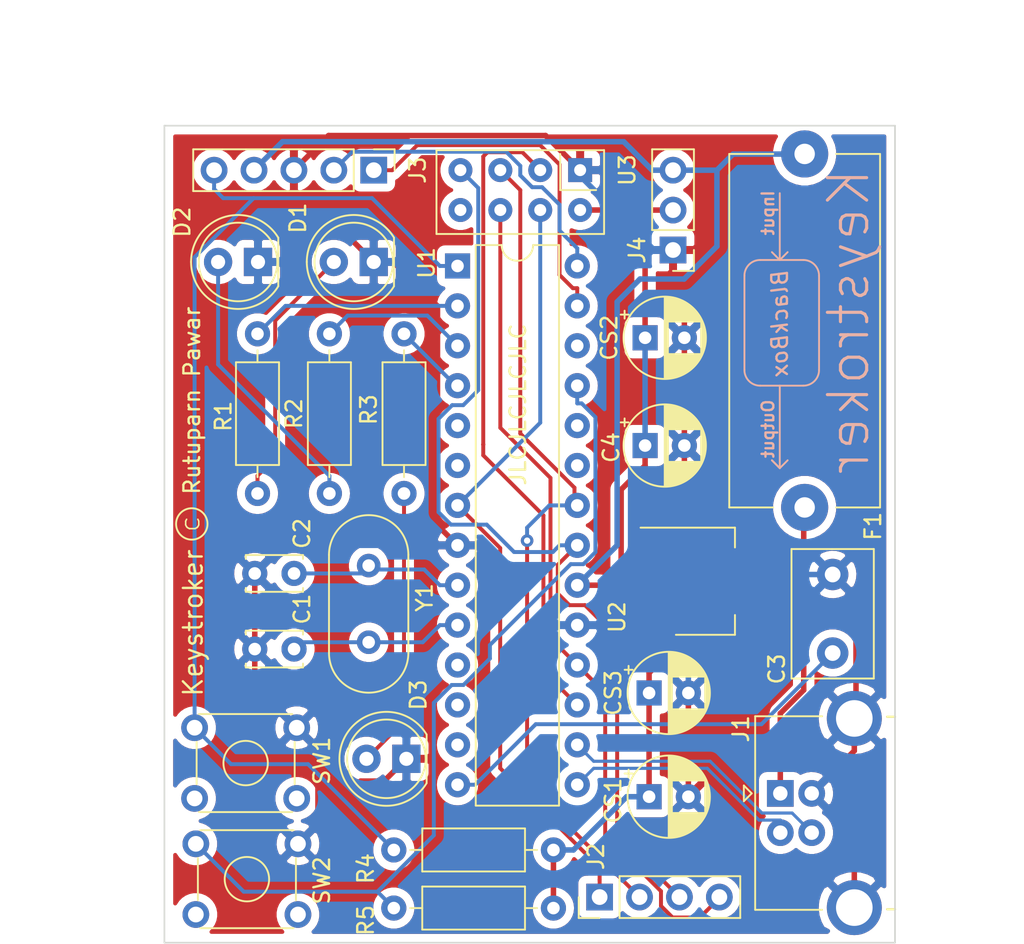
<source format=kicad_pcb>
(kicad_pcb (version 20171130) (host pcbnew "(5.1.4)-1")
  (title_block (title "Main Controller Board") (date "27 Sept 2019") (rev 1) (company INGAME) (comment 1 "Created by Rutuparn Pawar"))
  (layers (0 F.Cu signal) (31 B.Cu signal) (34 B.Paste user hide) (35 F.Paste user hide) (36 B.SilkS user) (37 F.SilkS user) (38 B.Mask user hide) (39 F.Mask user hide) (44 Edge.Cuts user))
  (net 0 "")
  (net 1 GND)
  (net 2 "Net-(C1-Pad1)")
  (net 3 "Net-(C2-Pad1)")
  (net 4 "Net-(C3-Pad1)")
  (net 5 +5V)
  (net 6 +3V3)
  (net 7 "Net-(D1-Pad2)")
  (net 8 "Net-(D2-Pad2)")
  (net 9 "Net-(D3-Pad2)")
  (net 10 D+)
  (net 11 D-)
  (net 12 PGC)
  (net 13 PGD)
  (net 14 MCLR!)
  (net 15 LED_R)
  (net 16 LED_Y)
  (net 17 LED_G)
  (net 18 TEST)
  (net 19 SCK)
  (net 20 MISO)
  (net 21 CSN)
  (net 22 MOSI)
  (net 23 CE)
  (net 24 "Net-(U1-Pad13)")
  (net 25 "Net-(U1-Pad26)")
  (net 26 "Net-(U1-Pad12)")
  (net 27 "Net-(U1-Pad11)")
  (net 28 "Net-(U1-Pad24)")
  (net 29 "Net-(U1-Pad23)")
  (net 30 "Net-(U1-Pad6)")
  (net 31 "Net-(U1-Pad5)")
  (net 32 "Net-(U3-Pad8)")
  (net 33 "Net-(J1-Pad1)")
  (module My_Logos:BlackBox_Back_Silkscreen (layer F.Cu) (at 125.6665 78.5495 90)
    (fp_text reference " " (at 0 1 270) (layer B.SilkS) (effects (justify mirror)))
    (fp_text value BlackBox)
    (fp_text user Output (at -6.75 -0.75 270) (layer B.SilkS) (effects (font (size 0.75 0.75)) (justify mirror)))
    (fp_text user Input (at 7 -0.75 270) (layer B.SilkS) (effects (font (size 0.75 0.75)) (justify mirror)))
    (fp_text user BlackBox (at 0 0 270) (layer B.SilkS) (effects (font (thickness 0.15) italic) (justify mirror)))
  )
  (module My_Logos:Copyright_Front_Screen (layer F.Cu) (at 85.979 91.313 90)
    (fp_text reference " ")
    (fp_text value Copyright_Front_Screen)
    (fp_text user c (at -0.0368 2.1336 90) (layer F.SilkS) (effects (font (size 1.25 1.25) (thickness 0.1))))
  )
  (module Board:SPST_Switch_large (layer F.Cu) (at 127.25 67.8 270)
    (fp_text reference F1 (at 23.7 -4.35 90) (layer F.SilkS))
    (fp_text value SW_SPST)
    (pad 1 thru_hole circle (at 0 0 270) (size 3 3) (drill 1.3) (layers *.Cu *.Mask) (net 5 +5V))
    (pad 2 thru_hole circle (at 22.5 0 270) (size 3 3) (drill 1.3) (layers *.Cu *.Mask) (net 33 "Net-(J1-Pad1)"))
  )
  (module Connector_PinHeader_2.54mm:PinHeader_1x03_P2.54mm_Vertical (layer F.Cu) (at 118.872 73.914 180)
    (fp_text reference J4 (at 2.286 0 90) (layer F.SilkS))
    (fp_text value Power)
    (pad 3 thru_hole oval (at 0 5.08 180) (size 1.7 1.7) (drill 1) (layers *.Cu *.Mask) (net 5 +5V))
    (pad 2 thru_hole oval (at 0 2.54 180) (size 1.7 1.7) (drill 1) (layers *.Cu *.Mask) (net 6 +3V3))
    (pad 1 thru_hole rect (at 0 0 180) (size 1.7 1.7) (drill 1) (layers *.Cu *.Mask) (net 1 GND))
  )
  (module "Main Controller PCB:nRF24L01_Breakout" (layer F.Cu) (at 112.96 68.83 270)
    (fp_text reference U3 (at 0 -3 90) (layer F.SilkS))
    (fp_text value NRF24L01_Breakout)
    (pad 8 thru_hole circle (at 2.54 7.62 270) (size 1.524 1.524) (drill 0.762) (layers *.Cu *.Mask) (net 32 "Net-(U3-Pad8)"))
    (pad 7 thru_hole circle (at 0 7.62 270) (size 1.524 1.524) (drill 0.762) (layers *.Cu *.Mask) (net 20 MISO))
    (pad 6 thru_hole circle (at 2.54 5.08 270) (size 1.524 1.524) (drill 0.762) (layers *.Cu *.Mask) (net 22 MOSI))
    (pad 5 thru_hole circle (at 0 5.08 270) (size 1.524 1.524) (drill 0.762) (layers *.Cu *.Mask) (net 19 SCK))
    (pad 4 thru_hole circle (at 2.54 2.54 270) (size 1.524 1.524) (drill 0.762) (layers *.Cu *.Mask) (net 21 CSN))
    (pad 3 thru_hole circle (at 0 2.54 270) (size 1.524 1.524) (drill 0.762) (layers *.Cu *.Mask) (net 23 CE))
    (pad 2 thru_hole circle (at 2.54 0 270) (size 1.524 1.524) (drill 0.762) (layers *.Cu *.Mask) (net 6 +3V3))
    (pad 1 thru_hole rect (at 0 0 270) (size 1.524 1.524) (drill 0.762) (layers *.Cu *.Mask) (net 1 GND))
  )
  (module Capacitor_THT:C_Disc_D8.0mm_W5.0mm_P5.00mm (layer F.Cu) (at 129.032 99.568 90)
    (fp_text reference C3 (at -1.016 -3.556 90) (layer F.SilkS))
    (fp_text value 220nF)
    (pad 2 thru_hole circle (at 5 0 90) (size 2 2) (drill 1) (layers *.Cu *.Mask) (net 1 GND))
    (pad 1 thru_hole circle (at 0 0 90) (size 2 2) (drill 1) (layers *.Cu *.Mask) (net 4 "Net-(C3-Pad1)"))
  )
  (module Capacitor_THT:CP_Radial_D5.0mm_P2.50mm (layer F.Cu) (at 117.094 86.36)
    (fp_text reference C4 (at -2.164 0.127 90) (layer F.SilkS))
    (fp_text value 22uF)
    (pad 2 thru_hole circle (at 2.5 0) (size 1.6 1.6) (drill 0.8) (layers *.Cu *.Mask) (net 1 GND))
    (pad 1 thru_hole rect (at 0 0) (size 1.6 1.6) (drill 0.8) (layers *.Cu *.Mask) (net 6 +3V3))
  )
  (module Package_TO_SOT_SMD:SOT-223-3_TabPin2 (layer F.Cu) (at 120.904 94.996)
    (fp_text reference U2 (at -5.588 2.286 90) (layer F.SilkS))
    (fp_text value AMS1117-3.3)
    (pad 1 smd rect (at -3.15 -2.3) (size 2 1.5) (layers F.Cu F.Paste F.Mask) (net 1 GND))
    (pad 3 smd rect (at -3.15 2.3) (size 2 1.5) (layers F.Cu F.Paste F.Mask) (net 5 +5V))
    (pad 2 smd rect (at -3.15 0) (size 2 1.5) (layers F.Cu F.Paste F.Mask) (net 6 +3V3))
    (pad 2 smd rect (at 3.15 0) (size 2 3.8) (layers F.Cu F.Paste F.Mask) (net 6 +3V3))
  )
  (module Connector_PinHeader_2.54mm:PinHeader_1x05_P2.54mm_Vertical (layer F.Cu) (at 99.822 68.834 270)
    (fp_text reference J3 (at 0 -2.794 90) (layer F.SilkS))
    (fp_text value Conn_01x05_Male)
    (pad 5 thru_hole oval (at 0 10.16 270) (size 1.7 1.7) (drill 1) (layers *.Cu *.Mask) (net 14 MCLR!))
    (pad 4 thru_hole oval (at 0 7.62 270) (size 1.7 1.7) (drill 1) (layers *.Cu *.Mask) (net 5 +5V))
    (pad 3 thru_hole oval (at 0 5.08 270) (size 1.7 1.7) (drill 1) (layers *.Cu *.Mask) (net 1 GND))
    (pad 2 thru_hole oval (at 0 2.54 270) (size 1.7 1.7) (drill 1) (layers *.Cu *.Mask) (net 13 PGD))
    (pad 1 thru_hole rect (at 0 0 270) (size 1.7 1.7) (drill 1) (layers *.Cu *.Mask) (net 12 PGC))
  )
  (module Connector_PinHeader_2.54mm:PinHeader_1x04_P2.54mm_Vertical (layer F.Cu) (at 114.2 115.1 90)
    (fp_text reference J2 (at 2.582 -0.236 90) (layer F.SilkS))
    (fp_text value SPI)
    (pad 4 thru_hole oval (at 0 7.62 90) (size 1.7 1.7) (drill 1) (layers *.Cu *.Mask) (net 22 MOSI))
    (pad 3 thru_hole oval (at 0 5.08 90) (size 1.7 1.7) (drill 1) (layers *.Cu *.Mask) (net 20 MISO))
    (pad 2 thru_hole oval (at 0 2.54 90) (size 1.7 1.7) (drill 1) (layers *.Cu *.Mask) (net 19 SCK))
    (pad 1 thru_hole rect (at 0 0 90) (size 1.7 1.7) (drill 1) (layers *.Cu *.Mask) (net 21 CSN))
  )
  (module "Main Controller PCB:SW_TH_Tactile_Omron_B3F-10xx" (layer F.Cu) (at 88.5 111.71)
    (fp_text reference SW2 (at 8.02 2.336 90) (layer F.SilkS))
    (fp_text value SW_Push)
    (pad 4 thru_hole circle (at 6.5 4.5) (size 1.7 1.7) (drill 1) (layers *.Cu *.Mask))
    (pad 3 thru_hole circle (at 0 4.5) (size 1.7 1.7) (drill 1) (layers *.Cu *.Mask))
    (pad 2 thru_hole circle (at 6.5 0) (size 1.7 1.7) (drill 1) (layers *.Cu *.Mask) (net 1 GND))
    (pad 1 thru_hole circle (at 0 0) (size 1.7 1.7) (drill 1) (layers *.Cu *.Mask) (net 18 TEST))
  )
  (module "Main Controller PCB:SW_TH_Tactile_Omron_B3F-10xx" (layer F.Cu) (at 88.42 104.32)
    (fp_text reference SW1 (at 8.1 2.106 90) (layer F.SilkS))
    (fp_text value SW_Push)
    (pad 4 thru_hole circle (at 6.5 4.5) (size 1.7 1.7) (drill 1) (layers *.Cu *.Mask))
    (pad 3 thru_hole circle (at 0 4.5) (size 1.7 1.7) (drill 1) (layers *.Cu *.Mask))
    (pad 2 thru_hole circle (at 6.5 0) (size 1.7 1.7) (drill 1) (layers *.Cu *.Mask) (net 1 GND))
    (pad 1 thru_hole circle (at 0 0) (size 1.7 1.7) (drill 1) (layers *.Cu *.Mask) (net 14 MCLR!))
  )
  (module "Main Controller PCB:USB_B_OST_USB-B1HSxx_Horizontal" (layer F.Cu) (at 125.7 108.5)
    (fp_text reference J1 (at -2.51 -4.106 90) (layer F.SilkS))
    (fp_text value "USB TYPE-B FEMALE")
    (pad 1 thru_hole rect (at 0 0) (size 1.7 1.7) (drill 0.92) (layers *.Cu *.Mask) (net 33 "Net-(J1-Pad1)"))
    (pad 2 thru_hole circle (at 0 2.5) (size 1.7 1.7) (drill 0.92) (layers *.Cu *.Mask) (net 11 D-))
    (pad 3 thru_hole circle (at 2 2.5) (size 1.7 1.7) (drill 0.92) (layers *.Cu *.Mask) (net 10 D+))
    (pad 4 thru_hole circle (at 2 0) (size 1.7 1.7) (drill 0.92) (layers *.Cu *.Mask) (net 1 GND))
    (pad 5 thru_hole circle (at 4.71 -4.77) (size 3.5 3.5) (drill 2.33) (layers *.Cu *.Mask) (net 1 GND))
    (pad 5 thru_hole circle (at 4.71 7.27) (size 3.5 3.5) (drill 2.33) (layers *.Cu *.Mask) (net 1 GND))
  )
  (module Crystal:Crystal_HC49-U_Vertical (layer F.Cu) (at 99.5 94 270)
    (fp_text reference Y1 (at 2.032 -3.556 90) (layer F.SilkS))
    (fp_text value 8Mhz)
    (pad 2 thru_hole circle (at 4.88 0 270) (size 1.5 1.5) (drill 0.8) (layers *.Cu *.Mask) (net 2 "Net-(C1-Pad1)"))
    (pad 1 thru_hole circle (at 0 0 270) (size 1.5 1.5) (drill 0.8) (layers *.Cu *.Mask) (net 3 "Net-(C2-Pad1)"))
  )
  (module Package_DIP:DIP-28_W7.62mm (layer F.Cu) (at 105.156 74.93)
    (fp_text reference U1 (at -1.9685 -0.1905 90) (layer F.SilkS))
    (fp_text value PIC18F2550-ISP)
    (pad 28 thru_hole oval (at 7.62 0) (size 1.6 1.6) (drill 0.8) (layers *.Cu *.Mask) (net 13 PGD))
    (pad 14 thru_hole oval (at 0 33.02) (size 1.6 1.6) (drill 0.8) (layers *.Cu *.Mask) (net 4 "Net-(C3-Pad1)"))
    (pad 27 thru_hole oval (at 7.62 2.54) (size 1.6 1.6) (drill 0.8) (layers *.Cu *.Mask) (net 12 PGC))
    (pad 13 thru_hole oval (at 0 30.48) (size 1.6 1.6) (drill 0.8) (layers *.Cu *.Mask) (net 24 "Net-(U1-Pad13)"))
    (pad 26 thru_hole oval (at 7.62 5.08) (size 1.6 1.6) (drill 0.8) (layers *.Cu *.Mask) (net 25 "Net-(U1-Pad26)"))
    (pad 12 thru_hole oval (at 0 27.94) (size 1.6 1.6) (drill 0.8) (layers *.Cu *.Mask) (net 26 "Net-(U1-Pad12)"))
    (pad 25 thru_hole oval (at 7.62 7.62) (size 1.6 1.6) (drill 0.8) (layers *.Cu *.Mask) (net 18 TEST))
    (pad 11 thru_hole oval (at 0 25.4) (size 1.6 1.6) (drill 0.8) (layers *.Cu *.Mask) (net 27 "Net-(U1-Pad11)"))
    (pad 24 thru_hole oval (at 7.62 10.16) (size 1.6 1.6) (drill 0.8) (layers *.Cu *.Mask) (net 28 "Net-(U1-Pad24)"))
    (pad 10 thru_hole oval (at 0 22.86) (size 1.6 1.6) (drill 0.8) (layers *.Cu *.Mask) (net 2 "Net-(C1-Pad1)"))
    (pad 23 thru_hole oval (at 7.62 12.7) (size 1.6 1.6) (drill 0.8) (layers *.Cu *.Mask) (net 29 "Net-(U1-Pad23)"))
    (pad 9 thru_hole oval (at 0 20.32) (size 1.6 1.6) (drill 0.8) (layers *.Cu *.Mask) (net 3 "Net-(C2-Pad1)"))
    (pad 22 thru_hole oval (at 7.62 15.24) (size 1.6 1.6) (drill 0.8) (layers *.Cu *.Mask) (net 19 SCK))
    (pad 8 thru_hole oval (at 0 17.78) (size 1.6 1.6) (drill 0.8) (layers *.Cu *.Mask) (net 1 GND))
    (pad 21 thru_hole oval (at 7.62 17.78) (size 1.6 1.6) (drill 0.8) (layers *.Cu *.Mask) (net 20 MISO))
    (pad 7 thru_hole oval (at 0 15.24) (size 1.6 1.6) (drill 0.8) (layers *.Cu *.Mask) (net 21 CSN))
    (pad 20 thru_hole oval (at 7.62 20.32) (size 1.6 1.6) (drill 0.8) (layers *.Cu *.Mask) (net 5 +5V))
    (pad 6 thru_hole oval (at 0 12.7) (size 1.6 1.6) (drill 0.8) (layers *.Cu *.Mask) (net 30 "Net-(U1-Pad6)"))
    (pad 19 thru_hole oval (at 7.62 22.86) (size 1.6 1.6) (drill 0.8) (layers *.Cu *.Mask) (net 1 GND))
    (pad 5 thru_hole oval (at 0 10.16) (size 1.6 1.6) (drill 0.8) (layers *.Cu *.Mask) (net 31 "Net-(U1-Pad5)"))
    (pad 18 thru_hole oval (at 7.62 25.4) (size 1.6 1.6) (drill 0.8) (layers *.Cu *.Mask) (net 22 MOSI))
    (pad 4 thru_hole oval (at 0 7.62) (size 1.6 1.6) (drill 0.8) (layers *.Cu *.Mask) (net 17 LED_G))
    (pad 17 thru_hole oval (at 7.62 27.94) (size 1.6 1.6) (drill 0.8) (layers *.Cu *.Mask) (net 23 CE))
    (pad 3 thru_hole oval (at 0 5.08) (size 1.6 1.6) (drill 0.8) (layers *.Cu *.Mask) (net 16 LED_Y))
    (pad 16 thru_hole oval (at 7.62 30.48) (size 1.6 1.6) (drill 0.8) (layers *.Cu *.Mask) (net 10 D+))
    (pad 2 thru_hole oval (at 0 2.54) (size 1.6 1.6) (drill 0.8) (layers *.Cu *.Mask) (net 15 LED_R))
    (pad 15 thru_hole oval (at 7.62 33.02) (size 1.6 1.6) (drill 0.8) (layers *.Cu *.Mask) (net 11 D-))
    (pad 1 thru_hole rect (at 0 0) (size 1.6 1.6) (drill 0.8) (layers *.Cu *.Mask) (net 14 MCLR!))
  )
  (module Resistor_THT:R_Axial_DIN0207_L6.3mm_D2.5mm_P10.16mm_Horizontal (layer F.Cu) (at 101.1 115.8)
    (fp_text reference R5 (at -1.786 0.786 90) (layer F.SilkS))
    (fp_text value 10k)
    (pad 2 thru_hole oval (at 10.16 0) (size 1.6 1.6) (drill 0.8) (layers *.Cu *.Mask) (net 5 +5V))
    (pad 1 thru_hole circle (at 0 0) (size 1.6 1.6) (drill 0.8) (layers *.Cu *.Mask) (net 18 TEST))
  )
  (module Resistor_THT:R_Axial_DIN0207_L6.3mm_D2.5mm_P10.16mm_Horizontal (layer F.Cu) (at 101.1 112.1)
    (fp_text reference R4 (at -1.786 1.184 90) (layer F.SilkS))
    (fp_text value 10k)
    (pad 2 thru_hole oval (at 10.16 0) (size 1.6 1.6) (drill 0.8) (layers *.Cu *.Mask) (net 5 +5V))
    (pad 1 thru_hole circle (at 0 0) (size 1.6 1.6) (drill 0.8) (layers *.Cu *.Mask) (net 14 MCLR!))
  )
  (module Resistor_THT:R_Axial_DIN0207_L6.3mm_D2.5mm_P10.16mm_Horizontal (layer F.Cu) (at 101.75 79.25 270)
    (fp_text reference R3 (at 4.826 2.25 90) (layer F.SilkS))
    (fp_text value 1k)
    (pad 2 thru_hole oval (at 10.16 0 270) (size 1.6 1.6) (drill 0.8) (layers *.Cu *.Mask) (net 9 "Net-(D3-Pad2)"))
    (pad 1 thru_hole circle (at 0 0 270) (size 1.6 1.6) (drill 0.8) (layers *.Cu *.Mask) (net 17 LED_G))
  )
  (module Resistor_THT:R_Axial_DIN0207_L6.3mm_D2.5mm_P10.16mm_Horizontal (layer F.Cu) (at 97 79.25 270)
    (fp_text reference R2 (at 5.08 2.25 90) (layer F.SilkS))
    (fp_text value 1k)
    (pad 2 thru_hole oval (at 10.16 0 270) (size 1.6 1.6) (drill 0.8) (layers *.Cu *.Mask) (net 8 "Net-(D2-Pad2)"))
    (pad 1 thru_hole circle (at 0 0 270) (size 1.6 1.6) (drill 0.8) (layers *.Cu *.Mask) (net 16 LED_Y))
  )
  (module Resistor_THT:R_Axial_DIN0207_L6.3mm_D2.5mm_P10.16mm_Horizontal (layer F.Cu) (at 92.424 79.25 270)
    (fp_text reference R1 (at 5.25 2.174 90) (layer F.SilkS))
    (fp_text value 1k)
    (pad 2 thru_hole oval (at 10.16 0 270) (size 1.6 1.6) (drill 0.8) (layers *.Cu *.Mask) (net 7 "Net-(D1-Pad2)"))
    (pad 1 thru_hole circle (at 0 0 270) (size 1.6 1.6) (drill 0.8) (layers *.Cu *.Mask) (net 15 LED_R))
  )
  (module LED_THT:LED_D5.0mm (layer F.Cu) (at 101.9 106.3 180)
    (fp_text reference D3 (at -0.762 4.064 90) (layer F.SilkS))
    (fp_text value "GREEN LED")
    (pad 2 thru_hole circle (at 2.54 0 180) (size 1.8 1.8) (drill 0.9) (layers *.Cu *.Mask) (net 9 "Net-(D3-Pad2)"))
    (pad 1 thru_hole rect (at 0 0 180) (size 1.8 1.8) (drill 0.9) (layers *.Cu *.Mask) (net 1 GND))
  )
  (module LED_THT:LED_D5.0mm (layer F.Cu) (at 92.456 74.676 180)
    (fp_text reference D2 (at 4.826 2.54 90) (layer F.SilkS))
    (fp_text value "YELLOW LED")
    (pad 2 thru_hole circle (at 2.54 0 180) (size 1.8 1.8) (drill 0.9) (layers *.Cu *.Mask) (net 8 "Net-(D2-Pad2)"))
    (pad 1 thru_hole rect (at 0 0 180) (size 1.8 1.8) (drill 0.9) (layers *.Cu *.Mask) (net 1 GND))
  )
  (module LED_THT:LED_D5.0mm (layer F.Cu) (at 99.822 74.676 180)
    (fp_text reference D1 (at 4.826 2.794 90) (layer F.SilkS))
    (fp_text value "RED LED")
    (pad 2 thru_hole circle (at 2.54 0 180) (size 1.8 1.8) (drill 0.9) (layers *.Cu *.Mask) (net 7 "Net-(D1-Pad2)"))
    (pad 1 thru_hole rect (at 0 0 180) (size 1.8 1.8) (drill 0.9) (layers *.Cu *.Mask) (net 1 GND))
  )
  (module Capacitor_THT:CP_Radial_D5.0mm_P2.50mm (layer F.Cu) (at 117.348 102.108)
    (fp_text reference CS3 (at -2.286 0 90) (layer F.SilkS))
    (fp_text value 10uF)
    (pad 2 thru_hole circle (at 2.5 0) (size 1.6 1.6) (drill 0.8) (layers *.Cu *.Mask) (net 1 GND))
    (pad 1 thru_hole rect (at 0 0) (size 1.6 1.6) (drill 0.8) (layers *.Cu *.Mask) (net 5 +5V))
  )
  (module Capacitor_THT:CP_Radial_D5.0mm_P2.50mm (layer F.Cu) (at 117.094 79.502)
    (fp_text reference CS2 (at -2.286 0 90) (layer F.SilkS))
    (fp_text value 22uF)
    (pad 2 thru_hole circle (at 2.5 0) (size 1.6 1.6) (drill 0.8) (layers *.Cu *.Mask) (net 1 GND))
    (pad 1 thru_hole rect (at 0 0) (size 1.6 1.6) (drill 0.8) (layers *.Cu *.Mask) (net 6 +3V3))
  )
  (module Capacitor_THT:CP_Radial_D5.0mm_P2.50mm (layer F.Cu) (at 117.348 108.712)
    (fp_text reference CS1 (at -2.286 0.254 90) (layer F.SilkS))
    (fp_text value 10uF)
    (pad 2 thru_hole circle (at 2.5 0) (size 1.6 1.6) (drill 0.8) (layers *.Cu *.Mask) (net 1 GND))
    (pad 1 thru_hole rect (at 0 0) (size 1.6 1.6) (drill 0.8) (layers *.Cu *.Mask) (net 5 +5V))
  )
  (module Capacitor_THT:C_Disc_D3.4mm_W2.1mm_P2.50mm (layer F.Cu) (at 94.75 94.5 180)
    (fp_text reference C2 (at -0.508 2.54 90) (layer F.SilkS))
    (fp_text value 22pF)
    (pad 2 thru_hole circle (at 2.5 0 180) (size 1.6 1.6) (drill 0.8) (layers *.Cu *.Mask) (net 1 GND))
    (pad 1 thru_hole circle (at 0 0 180) (size 1.6 1.6) (drill 0.8) (layers *.Cu *.Mask) (net 3 "Net-(C2-Pad1)"))
  )
  (module Capacitor_THT:C_Disc_D3.4mm_W2.1mm_P2.50mm (layer F.Cu) (at 94.75 99.314 180)
    (fp_text reference C1 (at -0.508 2.54 90) (layer F.SilkS))
    (fp_text value 22pF)
    (pad 2 thru_hole circle (at 2.5 0 180) (size 1.6 1.6) (drill 0.8) (layers *.Cu *.Mask) (net 1 GND))
    (pad 1 thru_hole circle (at 0 0 180) (size 1.6 1.6) (drill 0.8) (layers *.Cu *.Mask) (net 2 "Net-(C1-Pad1)"))
  )
  (gr_line (start 133 66) (end 133 118) (layer Edge.Cuts) (width 0.1))
  (gr_line (start 86.5 66) (end 133 66) (layer Edge.Cuts) (width 0.1))
  (gr_line (start 86.5 118) (end 86.5 66) (layer Edge.Cuts) (width 0.1))
  (gr_line (start 133 118) (end 86.5 118) (layer Edge.Cuts) (width 0.1))
  (gr_text Keystroker (at 88.325 97.65 90) (layer F.SilkS) (effects (font (size 1.2 1.2))))
  (gr_text Keystroker (at 130.05 78.475 90) (layer B.SilkS) (effects (font (size 2.5 2.5) (thickness 0.2)) (justify mirror)))
  (gr_text "Rutuparn Pawar" (at 88.25 83.5 90) (layer F.SilkS) (effects (font (size 1 1))))
  (gr_line (start 132.5 115.875) (end 133 115.875) (layer F.SilkS) (width 0.15))
  (gr_line (start 132.5 103.625) (end 133 103.625) (layer F.SilkS) (width 0.15))
  (gr_text JLCJLCJLCJLC (at 109 83.75 90) (layer F.SilkS) (effects (font (size 1 1))))
  (segment (start 124.6599 94.568) (end 129.032 94.568) (width 0.35) (layer B.Cu) (net 1))
  (segment (start 119.848 99.3799) (end 124.6599 94.568) (width 0.35) (layer B.Cu) (net 1))
  (segment (start 119.594 86.36) (end 124.6599 91.4259) (width 0.35) (layer B.Cu) (net 1))
  (segment (start 124.6599 91.4259) (end 124.6599 94.568) (width 0.35) (layer B.Cu) (net 1))
  (segment (start 119.848 99.3799) (end 115.6412 99.3799) (width 0.35) (layer B.Cu) (net 1))
  (segment (start 115.6412 99.3799) (end 114.0513 97.79) (width 0.35) (layer B.Cu) (net 1))
  (segment (start 94.742 68.834) (end 96.9469 66.6291) (width 0.35) (layer F.Cu) (net 1))
  (segment (start 96.9469 66.6291) (end 110.7591 66.6291) (width 0.35) (layer F.Cu) (net 1))
  (segment (start 110.7591 66.6291) (end 112.96 68.83) (width 0.35) (layer F.Cu) (net 1))
  (segment (start 94.742 71.0147) (end 94.742 68.834) (width 0.35) (layer F.Cu) (net 1))
  (segment (start 117.754 92.696) (end 117.754 91.4707) (width 0.35) (layer F.Cu) (net 1))
  (segment (start 117.754 91.4707) (end 119.594 89.6307) (width 0.35) (layer F.Cu) (net 1))
  (segment (start 119.594 89.6307) (end 119.594 86.36) (width 0.35) (layer F.Cu) (net 1))
  (segment (start 119.594 86.36) (end 119.594 79.502) (width 0.35) (layer F.Cu) (net 1))
  (segment (start 92.25 99.314) (end 92.25 94.5) (width 0.35) (layer F.Cu) (net 1))
  (segment (start 94.92 104.32) (end 92.25 101.65) (width 0.35) (layer F.Cu) (net 1))
  (segment (start 92.25 101.65) (end 92.25 99.314) (width 0.35) (layer F.Cu) (net 1))
  (segment (start 92.25 94.5) (end 94.04 92.71) (width 0.35) (layer B.Cu) (net 1))
  (segment (start 94.04 92.71) (end 105.156 92.71) (width 0.35) (layer B.Cu) (net 1))
  (segment (start 96.2712 107.7179) (end 96.2712 110.4388) (width 0.35) (layer F.Cu) (net 1))
  (segment (start 96.2712 110.4388) (end 95 111.71) (width 0.35) (layer F.Cu) (net 1))
  (segment (start 94.92 104.32) (end 96.2712 105.6712) (width 0.35) (layer F.Cu) (net 1))
  (segment (start 96.2712 105.6712) (end 96.2712 107.7179) (width 0.35) (layer F.Cu) (net 1))
  (segment (start 100.4821 107.7179) (end 101.9 106.3) (width 0.35) (layer F.Cu) (net 1))
  (segment (start 92.456 73.3007) (end 94.742 71.0147) (width 0.35) (layer F.Cu) (net 1))
  (segment (start 99.822 74.676) (end 96.1607 71.0147) (width 0.35) (layer F.Cu) (net 1))
  (segment (start 96.1607 71.0147) (end 94.742 71.0147) (width 0.35) (layer F.Cu) (net 1))
  (segment (start 112.776 97.79) (end 114.0513 97.79) (width 0.35) (layer B.Cu) (net 1))
  (segment (start 118.872 73.914) (end 118.872 75.2393) (width 0.35) (layer F.Cu) (net 1))
  (segment (start 119.594 79.502) (end 119.594 75.9613) (width 0.35) (layer F.Cu) (net 1))
  (segment (start 119.594 75.9613) (end 118.872 75.2393) (width 0.35) (layer F.Cu) (net 1))
  (segment (start 119.848 108.712) (end 119.848 102.108) (width 0.35) (layer F.Cu) (net 1))
  (segment (start 130.41 103.73) (end 130.518 103.622) (width 0.35) (layer F.Cu) (net 1))
  (segment (start 130.518 103.622) (end 130.518 96.054) (width 0.35) (layer F.Cu) (net 1))
  (segment (start 130.518 96.054) (end 129.032 94.568) (width 0.35) (layer F.Cu) (net 1))
  (segment (start 130.41 103.73) (end 130.41 105.79) (width 0.35) (layer F.Cu) (net 1))
  (segment (start 130.41 105.79) (end 127.7 108.5) (width 0.35) (layer F.Cu) (net 1))
  (segment (start 130.41 115.77) (end 130.41 111.21) (width 0.35) (layer F.Cu) (net 1))
  (segment (start 130.41 111.21) (end 127.7 108.5) (width 0.35) (layer F.Cu) (net 1))
  (segment (start 92.456 74.676) (end 92.456 73.3007) (width 0.35) (layer F.Cu) (net 1))
  (segment (start 98.9921 107.7179) (end 96.2712 110.4388) (width 0.35) (layer F.Cu) (net 1))
  (segment (start 100.4821 107.7179) (end 98.9921 107.7179) (width 0.35) (layer F.Cu) (net 1))
  (segment (start 101.072 74.676) (end 99.822 74.676) (width 0.35) (layer F.Cu) (net 1))
  (segment (start 103.8806 77.4846) (end 101.072 74.676) (width 0.35) (layer F.Cu) (net 1))
  (segment (start 103.8806 91.4346) (end 103.8806 77.4846) (width 0.35) (layer F.Cu) (net 1))
  (segment (start 105.156 92.71) (end 103.8806 91.4346) (width 0.35) (layer F.Cu) (net 1))
  (segment (start 112.96 69.202) (end 112.96 68.83) (width 0.35) (layer B.Cu) (net 1))
  (segment (start 117.672 73.914) (end 112.96 69.202) (width 0.35) (layer B.Cu) (net 1))
  (segment (start 118.872 73.914) (end 117.672 73.914) (width 0.35) (layer B.Cu) (net 1))
  (segment (start 119.848 102.108) (end 119.848 99.3799) (width 0.35) (layer B.Cu) (net 1))
  (segment (start 105.156 97.79) (end 104.0307 97.79) (width 0.25) (layer B.Cu) (net 2))
  (segment (start 99.5 98.88) (end 102.9407 98.88) (width 0.25) (layer B.Cu) (net 2))
  (segment (start 102.9407 98.88) (end 104.0307 97.79) (width 0.25) (layer B.Cu) (net 2))
  (segment (start 94.75 99.314) (end 95.184 98.88) (width 0.25) (layer B.Cu) (net 2))
  (segment (start 95.184 98.88) (end 99.5 98.88) (width 0.25) (layer B.Cu) (net 2))
  (segment (start 99.5 94.25) (end 103.0307 94.25) (width 0.25) (layer B.Cu) (net 3))
  (segment (start 103.0307 94.25) (end 104.0307 95.25) (width 0.25) (layer B.Cu) (net 3))
  (segment (start 94.75 94.5) (end 99.25 94.5) (width 0.25) (layer B.Cu) (net 3))
  (segment (start 99.25 94.5) (end 99.5 94.25) (width 0.25) (layer B.Cu) (net 3))
  (segment (start 99.5 94.25) (end 99.5 94) (width 0.25) (layer B.Cu) (net 3))
  (segment (start 105.156 95.25) (end 104.0307 95.25) (width 0.25) (layer B.Cu) (net 3))
  (segment (start 105.156 107.95) (end 106.2813 107.95) (width 0.25) (layer B.Cu) (net 4))
  (segment (start 106.2813 107.95) (end 110.1349 104.0964) (width 0.25) (layer B.Cu) (net 4))
  (segment (start 110.1349 104.0964) (end 124.5036 104.0964) (width 0.25) (layer B.Cu) (net 4))
  (segment (start 124.5036 104.0964) (end 129.032 99.568) (width 0.25) (layer B.Cu) (net 4))
  (segment (start 117.348 102.108) (end 117.348 100.8327) (width 0.35) (layer F.Cu) (net 5))
  (segment (start 117.348 100.8327) (end 117.754 100.4267) (width 0.35) (layer F.Cu) (net 5))
  (segment (start 117.754 100.4267) (end 117.754 97.296) (width 0.35) (layer F.Cu) (net 5))
  (segment (start 117.348 108.712) (end 117.348 102.108) (width 0.35) (layer F.Cu) (net 5))
  (segment (start 120.0347 68.834) (end 120.1973 68.834) (width 0.35) (layer B.Cu) (net 5))
  (segment (start 118.872 68.834) (end 120.0347 68.834) (width 0.35) (layer B.Cu) (net 5))
  (segment (start 117.754 97.296) (end 116.2787 97.296) (width 0.35) (layer F.Cu) (net 5))
  (segment (start 112.776 95.25) (end 114.2327 95.25) (width 0.35) (layer F.Cu) (net 5))
  (segment (start 114.2327 95.25) (end 116.2787 97.296) (width 0.35) (layer F.Cu) (net 5))
  (segment (start 118.872 68.834) (end 117.5467 68.834) (width 0.35) (layer B.Cu) (net 5))
  (segment (start 92.202 68.834) (end 94.0158 67.0202) (width 0.35) (layer B.Cu) (net 5))
  (segment (start 94.0158 67.0202) (end 115.7329 67.0202) (width 0.35) (layer B.Cu) (net 5))
  (segment (start 115.7329 67.0202) (end 117.5467 68.834) (width 0.35) (layer B.Cu) (net 5))
  (segment (start 111.26 112.1) (end 112.5353 112.1) (width 0.35) (layer B.Cu) (net 5))
  (segment (start 112.5353 112.1) (end 115.9233 108.712) (width 0.35) (layer B.Cu) (net 5))
  (segment (start 115.9233 108.712) (end 117.348 108.712) (width 0.35) (layer B.Cu) (net 5))
  (segment (start 111.26 112.1) (end 111.26 115.8) (width 0.35) (layer F.Cu) (net 5))
  (segment (start 120.0347 68.834) (end 121.666 68.834) (width 0.35) (layer B.Cu) (net 5))
  (segment (start 122.69 67.81) (end 127.19 67.81) (width 0.35) (layer B.Cu) (net 5))
  (segment (start 121.666 68.834) (end 122.69 67.81) (width 0.35) (layer B.Cu) (net 5))
  (segment (start 121.666 73.675002) (end 121.666 68.834) (width 0.35) (layer B.Cu) (net 5))
  (segment (start 119.579602 75.7614) (end 121.666 73.675002) (width 0.35) (layer B.Cu) (net 5))
  (segment (start 116.7706 75.7614) (end 119.579602 75.7614) (width 0.35) (layer B.Cu) (net 5))
  (segment (start 115.3142 77.2178) (end 116.7706 75.7614) (width 0.35) (layer B.Cu) (net 5))
  (segment (start 112.776 95.25) (end 115.3142 92.7118) (width 0.35) (layer B.Cu) (net 5))
  (segment (start 115.3142 92.7118) (end 115.3142 77.2178) (width 0.35) (layer B.Cu) (net 5))
  (segment (start 116.4314 72.4893) (end 117.094 73.152) (width 0.35) (layer F.Cu) (net 6))
  (segment (start 117.094 73.152) (end 117.094 79.502) (width 0.35) (layer F.Cu) (net 6))
  (segment (start 112.96 71.37) (end 115.312 71.37) (width 0.35) (layer F.Cu) (net 6))
  (segment (start 115.312 71.37) (end 116.4314 72.4893) (width 0.35) (layer F.Cu) (net 6))
  (segment (start 118.872 71.374) (end 117.5467 71.374) (width 0.35) (layer F.Cu) (net 6))
  (segment (start 117.094 86.36) (end 117.094 79.502) (width 0.35) (layer B.Cu) (net 6))
  (segment (start 119.2293 94.996) (end 124.054 94.996) (width 0.35) (layer F.Cu) (net 6))
  (segment (start 117.754 94.996) (end 119.2293 94.996) (width 0.35) (layer F.Cu) (net 6))
  (segment (start 117.094 87.6353) (end 117.094 86.36) (width 0.35) (layer F.Cu) (net 6))
  (segment (start 115.57 89.1593) (end 117.094 87.6353) (width 0.35) (layer F.Cu) (net 6))
  (segment (start 115.57 94.234) (end 115.57 89.1593) (width 0.35) (layer F.Cu) (net 6))
  (segment (start 116.332 94.996) (end 117.754 94.996) (width 0.35) (layer F.Cu) (net 6))
  (segment (start 115.57 94.234) (end 116.332 94.996) (width 0.35) (layer F.Cu) (net 6))
  (segment (start 117.5427 71.37) (end 117.5467 71.374) (width 0.35) (layer F.Cu) (net 6))
  (segment (start 115.312 71.37) (end 117.5427 71.37) (width 0.35) (layer F.Cu) (net 6))
  (segment (start 92.424 89.41) (end 92.424 88.2847) (width 0.25) (layer F.Cu) (net 7))
  (segment (start 97.282 74.676) (end 93.5493 78.4087) (width 0.25) (layer F.Cu) (net 7))
  (segment (start 93.5493 78.4087) (end 93.5493 87.1594) (width 0.25) (layer F.Cu) (net 7))
  (segment (start 93.5493 87.1594) (end 92.424 88.2847) (width 0.25) (layer F.Cu) (net 7))
  (segment (start 97 89.41) (end 97 88.2847) (width 0.25) (layer B.Cu) (net 8))
  (segment (start 89.916 74.676) (end 89.916 81.2007) (width 0.25) (layer B.Cu) (net 8))
  (segment (start 89.916 81.2007) (end 97 88.2847) (width 0.25) (layer B.Cu) (net 8))
  (segment (start 99.36 106.3) (end 101.75 103.91) (width 0.25) (layer F.Cu) (net 9))
  (segment (start 101.75 103.91) (end 101.75 89.41) (width 0.25) (layer F.Cu) (net 9))
  (segment (start 127.7 111) (end 126.450001 109.750001) (width 0.2) (layer B.Cu) (net 10))
  (segment (start 124.529999 109.750001) (end 121.234998 106.455) (width 0.2) (layer B.Cu) (net 10))
  (segment (start 121.234998 106.455) (end 113.821 106.455) (width 0.2) (layer B.Cu) (net 10))
  (segment (start 113.821 106.455) (end 112.776 105.41) (width 0.2) (layer B.Cu) (net 10))
  (segment (start 126.450001 109.750001) (end 124.529999 109.750001) (width 0.2) (layer B.Cu) (net 10))
  (segment (start 125.0631 111) (end 125.7 111) (width 0.25) (layer B.Cu) (net 11))
  (segment (start 113.821 106.905) (end 112.776 107.95) (width 0.2) (layer B.Cu) (net 11))
  (segment (start 121.048615 106.905) (end 113.821 106.905) (width 0.2) (layer B.Cu) (net 11))
  (segment (start 124.343607 110.199992) (end 121.048615 106.905) (width 0.2) (layer B.Cu) (net 11))
  (segment (start 125.7 110.199992) (end 124.343607 110.199992) (width 0.2) (layer B.Cu) (net 11))
  (segment (start 125.7 111) (end 125.7 110.199992) (width 0.2) (layer B.Cu) (net 11))
  (segment (start 99.822 68.834) (end 100.9973 68.834) (width 0.25) (layer F.Cu) (net 12))
  (segment (start 112.776 77.47) (end 112.776 76.3447) (width 0.25) (layer F.Cu) (net 12))
  (segment (start 112.776 76.3447) (end 112.4946 76.3447) (width 0.25) (layer F.Cu) (net 12))
  (segment (start 112.4946 76.3447) (end 111.6507 75.5008) (width 0.25) (layer F.Cu) (net 12))
  (segment (start 111.6507 75.5008) (end 111.6507 68.4769) (width 0.25) (layer F.Cu) (net 12))
  (segment (start 111.6507 68.4769) (end 110.4153 67.2415) (width 0.25) (layer F.Cu) (net 12))
  (segment (start 110.4153 67.2415) (end 102.5898 67.2415) (width 0.25) (layer F.Cu) (net 12))
  (segment (start 102.5898 67.2415) (end 100.9973 68.834) (width 0.25) (layer F.Cu) (net 12))
  (segment (start 98.4573 67.6587) (end 97.282 68.834) (width 0.25) (layer B.Cu) (net 13))
  (segment (start 109.1501 69.1624) (end 109.1501 68.5572) (width 0.25) (layer B.Cu) (net 13))
  (segment (start 108.2516 67.6587) (end 98.4573 67.6587) (width 0.25) (layer B.Cu) (net 13))
  (segment (start 112.776 73.8047) (end 111.6507 72.6794) (width 0.25) (layer B.Cu) (net 13))
  (segment (start 109.1501 68.5572) (end 108.2516 67.6587) (width 0.25) (layer B.Cu) (net 13))
  (segment (start 112.776 74.93) (end 112.776 73.8047) (width 0.25) (layer B.Cu) (net 13))
  (segment (start 111.6507 72.6794) (end 111.6507 71.0293) (width 0.25) (layer B.Cu) (net 13))
  (segment (start 111.6507 71.0293) (end 110.5388 69.9174) (width 0.25) (layer B.Cu) (net 13))
  (segment (start 110.5388 69.9174) (end 109.9051 69.9174) (width 0.25) (layer B.Cu) (net 13))
  (segment (start 109.9051 69.9174) (end 109.1501 69.1624) (width 0.25) (layer B.Cu) (net 13))
  (segment (start 92.1764 70.6138) (end 99.7145 70.6138) (width 0.25) (layer B.Cu) (net 14))
  (segment (start 92.1764 70.6138) (end 88.42 74.3702) (width 0.25) (layer B.Cu) (net 14))
  (segment (start 88.42 74.3702) (end 88.42 104.32) (width 0.25) (layer B.Cu) (net 14))
  (segment (start 101.1 112.1) (end 95.6407 106.6407) (width 0.25) (layer B.Cu) (net 14))
  (segment (start 95.6407 106.6407) (end 90.7407 106.6407) (width 0.25) (layer B.Cu) (net 14))
  (segment (start 90.7407 106.6407) (end 88.42 104.32) (width 0.25) (layer B.Cu) (net 14))
  (segment (start 104.0307 74.93) (end 105.156 74.93) (width 0.25) (layer B.Cu) (net 14))
  (segment (start 99.7145 70.6138) (end 104.0307 74.93) (width 0.25) (layer B.Cu) (net 14))
  (segment (start 90.239719 70.6138) (end 92.1764 70.6138) (width 0.25) (layer B.Cu) (net 14))
  (segment (start 89.662 70.036081) (end 90.239719 70.6138) (width 0.25) (layer B.Cu) (net 14))
  (segment (start 89.662 68.834) (end 89.662 70.036081) (width 0.25) (layer B.Cu) (net 14))
  (segment (start 92.424 79.25) (end 94.204 77.47) (width 0.25) (layer B.Cu) (net 15))
  (segment (start 94.204 77.47) (end 105.156 77.47) (width 0.25) (layer B.Cu) (net 15))
  (segment (start 103.2351 78.0891) (end 105.156 80.01) (width 0.25) (layer B.Cu) (net 16))
  (segment (start 97 79.25) (end 98.1609 78.0891) (width 0.25) (layer B.Cu) (net 16))
  (segment (start 98.1609 78.0891) (end 103.2351 78.0891) (width 0.25) (layer B.Cu) (net 16))
  (segment (start 105.05 82.55) (end 105.156 82.55) (width 0.25) (layer B.Cu) (net 17))
  (segment (start 101.75 79.25) (end 105.05 82.55) (width 0.25) (layer B.Cu) (net 17))
  (segment (start 100.0573 114.7573) (end 91.5473 114.7573) (width 0.25) (layer B.Cu) (net 18))
  (segment (start 91.5473 114.7573) (end 88.5 111.71) (width 0.25) (layer B.Cu) (net 18))
  (segment (start 101.1 115.8) (end 100.0573 114.7573) (width 0.25) (layer B.Cu) (net 18))
  (segment (start 112.776 83.6753) (end 113.0573 83.6753) (width 0.25) (layer B.Cu) (net 18))
  (segment (start 113.0573 83.6753) (end 113.9327 84.5507) (width 0.25) (layer B.Cu) (net 18))
  (segment (start 113.9327 84.5507) (end 113.9327 93.1455) (width 0.25) (layer B.Cu) (net 18))
  (segment (start 113.9327 93.1455) (end 113.1689 93.9093) (width 0.25) (layer B.Cu) (net 18))
  (segment (start 113.1689 93.9093) (end 112.3625 93.9093) (width 0.25) (layer B.Cu) (net 18))
  (segment (start 112.3625 93.9093) (end 107.2155 99.0563) (width 0.25) (layer B.Cu) (net 18))
  (segment (start 107.2155 99.0563) (end 107.2155 99.9183) (width 0.25) (layer B.Cu) (net 18))
  (segment (start 107.2155 99.9183) (end 105.5338 101.6) (width 0.25) (layer B.Cu) (net 18))
  (segment (start 105.5338 101.6) (end 104.7822 101.6) (width 0.25) (layer B.Cu) (net 18))
  (segment (start 104.7822 101.6) (end 103.6477 102.7345) (width 0.25) (layer B.Cu) (net 18))
  (segment (start 103.6477 102.7345) (end 103.6477 111.1669) (width 0.25) (layer B.Cu) (net 18))
  (segment (start 103.6477 111.1669) (end 100.0573 114.7573) (width 0.25) (layer B.Cu) (net 18))
  (segment (start 112.776 82.55) (end 112.776 83.6753) (width 0.25) (layer B.Cu) (net 18))
  (segment (start 112.5992 89.0447) (end 109.15 85.5955) (width 0.25) (layer F.Cu) (net 19))
  (segment (start 109.15 85.5955) (end 109.15 70.1) (width 0.25) (layer F.Cu) (net 19))
  (segment (start 109.15 70.1) (end 107.88 68.83) (width 0.25) (layer F.Cu) (net 19))
  (via (at 109.5836 92.4129) (size 0.8) (layers F.Cu B.Cu) (net 19))
  (segment (start 112.5992 89.9932) (end 112.776 90.17) (width 0.25) (layer F.Cu) (net 19))
  (segment (start 112.5992 89.0447) (end 112.5992 89.9932) (width 0.25) (layer F.Cu) (net 19))
  (segment (start 109.5836 92.4129) (end 109.5836 91.5844) (width 0.25) (layer B.Cu) (net 19))
  (segment (start 110.998 90.17) (end 112.776 90.17) (width 0.25) (layer B.Cu) (net 19))
  (segment (start 109.5836 91.5844) (end 110.998 90.17) (width 0.25) (layer B.Cu) (net 19))
  (segment (start 109.5836 107.9436) (end 116.74 115.1) (width 0.25) (layer F.Cu) (net 19))
  (segment (start 109.5836 92.4129) (end 109.5836 107.9436) (width 0.25) (layer F.Cu) (net 19))
  (segment (start 105.34 68.83) (end 106.4738 69.9638) (width 0.25) (layer B.Cu) (net 20))
  (segment (start 106.4738 69.9638) (end 106.4738 82.8369) (width 0.25) (layer B.Cu) (net 20))
  (segment (start 106.4738 82.8369) (end 105.5204 83.7903) (width 0.25) (layer B.Cu) (net 20))
  (segment (start 105.5204 83.7903) (end 104.8149 83.7903) (width 0.25) (layer B.Cu) (net 20))
  (segment (start 104.8149 83.7903) (end 103.9485 84.6567) (width 0.25) (layer B.Cu) (net 20))
  (segment (start 103.9485 84.6567) (end 103.9485 90.6035) (width 0.25) (layer B.Cu) (net 20))
  (segment (start 103.9485 90.6035) (end 104.74 91.395) (width 0.25) (layer B.Cu) (net 20))
  (segment (start 104.74 91.395) (end 107.0136 91.395) (width 0.25) (layer B.Cu) (net 20))
  (segment (start 107.0136 91.395) (end 108.7568 93.1382) (width 0.25) (layer B.Cu) (net 20))
  (segment (start 108.7568 93.1382) (end 111.2225 93.1382) (width 0.25) (layer B.Cu) (net 20))
  (segment (start 111.2225 93.1382) (end 111.6507 92.71) (width 0.25) (layer B.Cu) (net 20))
  (segment (start 112.776 92.71) (end 111.6507 92.71) (width 0.25) (layer B.Cu) (net 20))
  (segment (start 115.316 111.136) (end 119.28 115.1) (width 0.25) (layer F.Cu) (net 20))
  (segment (start 111.5374 93.9486) (end 111.5374 95.7802) (width 0.25) (layer F.Cu) (net 20))
  (segment (start 112.776 92.71) (end 111.5374 93.9486) (width 0.25) (layer F.Cu) (net 20))
  (segment (start 111.5374 95.7802) (end 112.2772 96.52) (width 0.25) (layer F.Cu) (net 20))
  (segment (start 112.2772 96.52) (end 113.27 96.52) (width 0.25) (layer F.Cu) (net 20))
  (segment (start 113.27 96.52) (end 115.316 98.566) (width 0.25) (layer F.Cu) (net 20))
  (segment (start 115.316 98.566) (end 115.316 111.136) (width 0.25) (layer F.Cu) (net 20))
  (segment (start 110.42 84.906) (end 105.156 90.17) (width 0.25) (layer B.Cu) (net 21))
  (segment (start 110.42 71.37) (end 110.42 84.906) (width 0.25) (layer B.Cu) (net 21))
  (segment (start 114.2 114) (end 114.2 115.1) (width 0.25) (layer F.Cu) (net 21))
  (segment (start 114.2 113.226998) (end 114.2 114) (width 0.25) (layer F.Cu) (net 21))
  (segment (start 107.8719 106.898898) (end 114.2 113.226998) (width 0.25) (layer F.Cu) (net 21))
  (segment (start 107.8719 92.8859) (end 107.8719 106.898898) (width 0.25) (layer F.Cu) (net 21))
  (segment (start 105.156 90.17) (end 107.8719 92.8859) (width 0.25) (layer F.Cu) (net 21))
  (segment (start 111.0718 98.6258) (end 112.776 100.33) (width 0.25) (layer F.Cu) (net 22))
  (segment (start 111.0718 88.4224) (end 111.0718 98.6258) (width 0.25) (layer F.Cu) (net 22))
  (segment (start 107.88 71.37) (end 107.88 85.2306) (width 0.25) (layer F.Cu) (net 22))
  (segment (start 107.88 85.2306) (end 111.0718 88.4224) (width 0.25) (layer F.Cu) (net 22))
  (segment (start 120.998999 115.983001) (end 122.174 114.808) (width 0.25) (layer F.Cu) (net 22))
  (segment (start 120.582 116.4) (end 120.998999 115.983001) (width 0.25) (layer F.Cu) (net 22))
  (segment (start 114.554 102.108) (end 114.554 111.174998) (width 0.25) (layer F.Cu) (net 22))
  (segment (start 112.776 100.33) (end 114.554 102.108) (width 0.25) (layer F.Cu) (net 22))
  (segment (start 114.554 111.174998) (end 118.104999 114.725997) (width 0.25) (layer F.Cu) (net 22))
  (segment (start 118.104999 114.725997) (end 118.104999 115.664001) (width 0.25) (layer F.Cu) (net 22))
  (segment (start 118.104999 115.664001) (end 118.840998 116.4) (width 0.25) (layer F.Cu) (net 22))
  (segment (start 118.840998 116.4) (end 120.582 116.4) (width 0.25) (layer F.Cu) (net 22))
  (segment (start 110.6214 100.7154) (end 112.776 102.87) (width 0.25) (layer F.Cu) (net 23))
  (segment (start 110.42 68.83) (end 109.2819 67.6919) (width 0.25) (layer F.Cu) (net 23))
  (segment (start 109.2819 67.6919) (end 107.0601 67.6919) (width 0.25) (layer F.Cu) (net 23))
  (segment (start 107.0601 67.6919) (end 106.792999 67.959001) (width 0.25) (layer F.Cu) (net 23))
  (segment (start 106.792999 67.959001) (end 106.792999 86.292901) (width 0.25) (layer F.Cu) (net 23))
  (segment (start 106.792999 86.292901) (end 106.7881 86.2978) (width 0.25) (layer F.Cu) (net 23))
  (segment (start 106.792999 86.292901) (end 106.792999 86.980999) (width 0.25) (layer F.Cu) (net 23))
  (segment (start 106.792999 86.980999) (end 110.62179 90.80979) (width 0.25) (layer F.Cu) (net 23))
  (segment (start 110.62179 100.71501) (end 110.6214 100.7154) (width 0.25) (layer F.Cu) (net 23))
  (segment (start 110.62179 90.80979) (end 110.62179 100.71501) (width 0.25) (layer F.Cu) (net 23))
  (segment (start 127.19 90.31) (end 127.19 101.918) (width 0.35) (layer F.Cu) (net 33))
  (segment (start 125.7 103.408) (end 125.7 108.5) (width 0.35) (layer F.Cu) (net 33))
  (segment (start 127.19 101.918) (end 125.7 103.408) (width 0.35) (layer F.Cu) (net 33))
  (zone (net 1) (net_name GND) (layer F.Cu) (connect_pads (clearance 0.508)) (min_thickness 0.254) (fill yes (arc_segments 32) (thermal_gap 0.508) (thermal_bridge_width 0.508))
    (polygon (pts (xy 86.5 66) (xy 133 66) (xy 133 118) (xy 86.5 118)))
  )
  (zone (net 1) (net_name GND) (layer B.Cu) (connect_pads (clearance 0.508)) (min_thickness 0.254) (fill yes (arc_segments 32) (thermal_gap 0.508) (thermal_bridge_width 0.508))
    (polygon (pts (xy 86.5 66) (xy 133 66) (xy 133 118) (xy 86.5 118)))
  )
)
</source>
